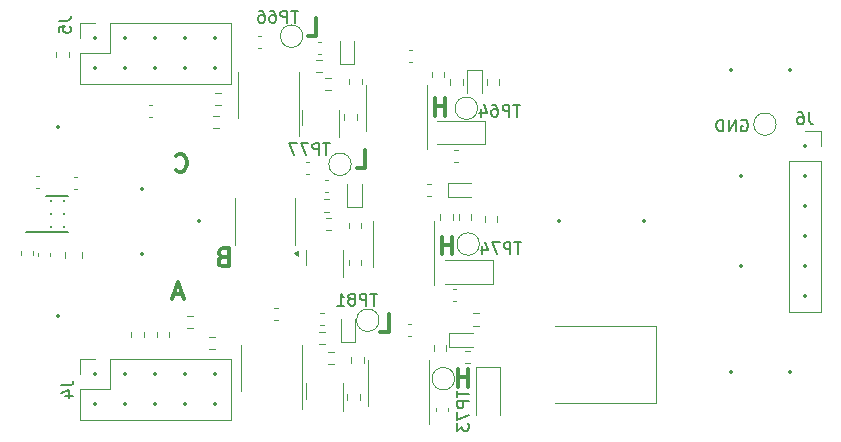
<source format=gbr>
%TF.GenerationSoftware,KiCad,Pcbnew,8.0.1*%
%TF.CreationDate,2024-08-04T15:08:53+01:00*%
%TF.ProjectId,driver_module,64726976-6572-45f6-9d6f-64756c652e6b,1*%
%TF.SameCoordinates,Original*%
%TF.FileFunction,Legend,Bot*%
%TF.FilePolarity,Positive*%
%FSLAX46Y46*%
G04 Gerber Fmt 4.6, Leading zero omitted, Abs format (unit mm)*
G04 Created by KiCad (PCBNEW 8.0.1) date 2024-08-04 15:08:53*
%MOMM*%
%LPD*%
G01*
G04 APERTURE LIST*
%ADD10C,0.300000*%
%ADD11C,0.150000*%
%ADD12C,0.120000*%
%ADD13C,0.200000*%
%ADD14C,0.350000*%
%ADD15C,0.300000*%
G04 APERTURE END LIST*
D10*
X150245489Y-91050828D02*
X150245489Y-89550828D01*
X150245489Y-90265114D02*
X149388346Y-90265114D01*
X149388346Y-91050828D02*
X149388346Y-89550828D01*
X150845489Y-102800828D02*
X150845489Y-101300828D01*
X150845489Y-102015114D02*
X149988346Y-102015114D01*
X149988346Y-102800828D02*
X149988346Y-101300828D01*
X131445489Y-103015114D02*
X131231203Y-103086542D01*
X131231203Y-103086542D02*
X131159774Y-103157971D01*
X131159774Y-103157971D02*
X131088346Y-103300828D01*
X131088346Y-103300828D02*
X131088346Y-103515114D01*
X131088346Y-103515114D02*
X131159774Y-103657971D01*
X131159774Y-103657971D02*
X131231203Y-103729400D01*
X131231203Y-103729400D02*
X131374060Y-103800828D01*
X131374060Y-103800828D02*
X131945489Y-103800828D01*
X131945489Y-103800828D02*
X131945489Y-102300828D01*
X131945489Y-102300828D02*
X131445489Y-102300828D01*
X131445489Y-102300828D02*
X131302632Y-102372257D01*
X131302632Y-102372257D02*
X131231203Y-102443685D01*
X131231203Y-102443685D02*
X131159774Y-102586542D01*
X131159774Y-102586542D02*
X131159774Y-102729400D01*
X131159774Y-102729400D02*
X131231203Y-102872257D01*
X131231203Y-102872257D02*
X131302632Y-102943685D01*
X131302632Y-102943685D02*
X131445489Y-103015114D01*
X131445489Y-103015114D02*
X131945489Y-103015114D01*
D11*
X175339411Y-91442438D02*
X175434649Y-91394819D01*
X175434649Y-91394819D02*
X175577506Y-91394819D01*
X175577506Y-91394819D02*
X175720363Y-91442438D01*
X175720363Y-91442438D02*
X175815601Y-91537676D01*
X175815601Y-91537676D02*
X175863220Y-91632914D01*
X175863220Y-91632914D02*
X175910839Y-91823390D01*
X175910839Y-91823390D02*
X175910839Y-91966247D01*
X175910839Y-91966247D02*
X175863220Y-92156723D01*
X175863220Y-92156723D02*
X175815601Y-92251961D01*
X175815601Y-92251961D02*
X175720363Y-92347200D01*
X175720363Y-92347200D02*
X175577506Y-92394819D01*
X175577506Y-92394819D02*
X175482268Y-92394819D01*
X175482268Y-92394819D02*
X175339411Y-92347200D01*
X175339411Y-92347200D02*
X175291792Y-92299580D01*
X175291792Y-92299580D02*
X175291792Y-91966247D01*
X175291792Y-91966247D02*
X175482268Y-91966247D01*
X174863220Y-92394819D02*
X174863220Y-91394819D01*
X174863220Y-91394819D02*
X174291792Y-92394819D01*
X174291792Y-92394819D02*
X174291792Y-91394819D01*
X173815601Y-92394819D02*
X173815601Y-91394819D01*
X173815601Y-91394819D02*
X173577506Y-91394819D01*
X173577506Y-91394819D02*
X173434649Y-91442438D01*
X173434649Y-91442438D02*
X173339411Y-91537676D01*
X173339411Y-91537676D02*
X173291792Y-91632914D01*
X173291792Y-91632914D02*
X173244173Y-91823390D01*
X173244173Y-91823390D02*
X173244173Y-91966247D01*
X173244173Y-91966247D02*
X173291792Y-92156723D01*
X173291792Y-92156723D02*
X173339411Y-92251961D01*
X173339411Y-92251961D02*
X173434649Y-92347200D01*
X173434649Y-92347200D02*
X173577506Y-92394819D01*
X173577506Y-92394819D02*
X173815601Y-92394819D01*
D10*
X144781203Y-109350828D02*
X145495489Y-109350828D01*
X145495489Y-109350828D02*
X145495489Y-107850828D01*
X142781203Y-95500828D02*
X143495489Y-95500828D01*
X143495489Y-95500828D02*
X143495489Y-94000828D01*
X138631203Y-84300828D02*
X139345489Y-84300828D01*
X139345489Y-84300828D02*
X139345489Y-82800828D01*
X152245489Y-114000828D02*
X152245489Y-112500828D01*
X152245489Y-113215114D02*
X151388346Y-113215114D01*
X151388346Y-114000828D02*
X151388346Y-112500828D01*
X128016917Y-106172257D02*
X127302632Y-106172257D01*
X128159774Y-106600828D02*
X127659774Y-105100828D01*
X127659774Y-105100828D02*
X127159774Y-106600828D01*
X127488346Y-95657971D02*
X127559774Y-95729400D01*
X127559774Y-95729400D02*
X127774060Y-95800828D01*
X127774060Y-95800828D02*
X127916917Y-95800828D01*
X127916917Y-95800828D02*
X128131203Y-95729400D01*
X128131203Y-95729400D02*
X128274060Y-95586542D01*
X128274060Y-95586542D02*
X128345489Y-95443685D01*
X128345489Y-95443685D02*
X128416917Y-95157971D01*
X128416917Y-95157971D02*
X128416917Y-94943685D01*
X128416917Y-94943685D02*
X128345489Y-94657971D01*
X128345489Y-94657971D02*
X128274060Y-94515114D01*
X128274060Y-94515114D02*
X128131203Y-94372257D01*
X128131203Y-94372257D02*
X127916917Y-94300828D01*
X127916917Y-94300828D02*
X127774060Y-94300828D01*
X127774060Y-94300828D02*
X127559774Y-94372257D01*
X127559774Y-94372257D02*
X127488346Y-94443685D01*
D11*
X137813094Y-82181819D02*
X137241666Y-82181819D01*
X137527380Y-83181819D02*
X137527380Y-82181819D01*
X136908332Y-83181819D02*
X136908332Y-82181819D01*
X136908332Y-82181819D02*
X136527380Y-82181819D01*
X136527380Y-82181819D02*
X136432142Y-82229438D01*
X136432142Y-82229438D02*
X136384523Y-82277057D01*
X136384523Y-82277057D02*
X136336904Y-82372295D01*
X136336904Y-82372295D02*
X136336904Y-82515152D01*
X136336904Y-82515152D02*
X136384523Y-82610390D01*
X136384523Y-82610390D02*
X136432142Y-82658009D01*
X136432142Y-82658009D02*
X136527380Y-82705628D01*
X136527380Y-82705628D02*
X136908332Y-82705628D01*
X135479761Y-82181819D02*
X135670237Y-82181819D01*
X135670237Y-82181819D02*
X135765475Y-82229438D01*
X135765475Y-82229438D02*
X135813094Y-82277057D01*
X135813094Y-82277057D02*
X135908332Y-82419914D01*
X135908332Y-82419914D02*
X135955951Y-82610390D01*
X135955951Y-82610390D02*
X135955951Y-82991342D01*
X135955951Y-82991342D02*
X135908332Y-83086580D01*
X135908332Y-83086580D02*
X135860713Y-83134200D01*
X135860713Y-83134200D02*
X135765475Y-83181819D01*
X135765475Y-83181819D02*
X135574999Y-83181819D01*
X135574999Y-83181819D02*
X135479761Y-83134200D01*
X135479761Y-83134200D02*
X135432142Y-83086580D01*
X135432142Y-83086580D02*
X135384523Y-82991342D01*
X135384523Y-82991342D02*
X135384523Y-82753247D01*
X135384523Y-82753247D02*
X135432142Y-82658009D01*
X135432142Y-82658009D02*
X135479761Y-82610390D01*
X135479761Y-82610390D02*
X135574999Y-82562771D01*
X135574999Y-82562771D02*
X135765475Y-82562771D01*
X135765475Y-82562771D02*
X135860713Y-82610390D01*
X135860713Y-82610390D02*
X135908332Y-82658009D01*
X135908332Y-82658009D02*
X135955951Y-82753247D01*
X134527380Y-82181819D02*
X134717856Y-82181819D01*
X134717856Y-82181819D02*
X134813094Y-82229438D01*
X134813094Y-82229438D02*
X134860713Y-82277057D01*
X134860713Y-82277057D02*
X134955951Y-82419914D01*
X134955951Y-82419914D02*
X135003570Y-82610390D01*
X135003570Y-82610390D02*
X135003570Y-82991342D01*
X135003570Y-82991342D02*
X134955951Y-83086580D01*
X134955951Y-83086580D02*
X134908332Y-83134200D01*
X134908332Y-83134200D02*
X134813094Y-83181819D01*
X134813094Y-83181819D02*
X134622618Y-83181819D01*
X134622618Y-83181819D02*
X134527380Y-83134200D01*
X134527380Y-83134200D02*
X134479761Y-83086580D01*
X134479761Y-83086580D02*
X134432142Y-82991342D01*
X134432142Y-82991342D02*
X134432142Y-82753247D01*
X134432142Y-82753247D02*
X134479761Y-82658009D01*
X134479761Y-82658009D02*
X134527380Y-82610390D01*
X134527380Y-82610390D02*
X134622618Y-82562771D01*
X134622618Y-82562771D02*
X134813094Y-82562771D01*
X134813094Y-82562771D02*
X134908332Y-82610390D01*
X134908332Y-82610390D02*
X134955951Y-82658009D01*
X134955951Y-82658009D02*
X135003570Y-82753247D01*
X181083333Y-90774819D02*
X181083333Y-91489104D01*
X181083333Y-91489104D02*
X181130952Y-91631961D01*
X181130952Y-91631961D02*
X181226190Y-91727200D01*
X181226190Y-91727200D02*
X181369047Y-91774819D01*
X181369047Y-91774819D02*
X181464285Y-91774819D01*
X180178571Y-90774819D02*
X180369047Y-90774819D01*
X180369047Y-90774819D02*
X180464285Y-90822438D01*
X180464285Y-90822438D02*
X180511904Y-90870057D01*
X180511904Y-90870057D02*
X180607142Y-91012914D01*
X180607142Y-91012914D02*
X180654761Y-91203390D01*
X180654761Y-91203390D02*
X180654761Y-91584342D01*
X180654761Y-91584342D02*
X180607142Y-91679580D01*
X180607142Y-91679580D02*
X180559523Y-91727200D01*
X180559523Y-91727200D02*
X180464285Y-91774819D01*
X180464285Y-91774819D02*
X180273809Y-91774819D01*
X180273809Y-91774819D02*
X180178571Y-91727200D01*
X180178571Y-91727200D02*
X180130952Y-91679580D01*
X180130952Y-91679580D02*
X180083333Y-91584342D01*
X180083333Y-91584342D02*
X180083333Y-91346247D01*
X180083333Y-91346247D02*
X180130952Y-91251009D01*
X180130952Y-91251009D02*
X180178571Y-91203390D01*
X180178571Y-91203390D02*
X180273809Y-91155771D01*
X180273809Y-91155771D02*
X180464285Y-91155771D01*
X180464285Y-91155771D02*
X180559523Y-91203390D01*
X180559523Y-91203390D02*
X180607142Y-91251009D01*
X180607142Y-91251009D02*
X180654761Y-91346247D01*
X140513094Y-93381819D02*
X139941666Y-93381819D01*
X140227380Y-94381819D02*
X140227380Y-93381819D01*
X139608332Y-94381819D02*
X139608332Y-93381819D01*
X139608332Y-93381819D02*
X139227380Y-93381819D01*
X139227380Y-93381819D02*
X139132142Y-93429438D01*
X139132142Y-93429438D02*
X139084523Y-93477057D01*
X139084523Y-93477057D02*
X139036904Y-93572295D01*
X139036904Y-93572295D02*
X139036904Y-93715152D01*
X139036904Y-93715152D02*
X139084523Y-93810390D01*
X139084523Y-93810390D02*
X139132142Y-93858009D01*
X139132142Y-93858009D02*
X139227380Y-93905628D01*
X139227380Y-93905628D02*
X139608332Y-93905628D01*
X138703570Y-93381819D02*
X138036904Y-93381819D01*
X138036904Y-93381819D02*
X138465475Y-94381819D01*
X137751189Y-93381819D02*
X137084523Y-93381819D01*
X137084523Y-93381819D02*
X137513094Y-94381819D01*
X117774819Y-113896666D02*
X118489104Y-113896666D01*
X118489104Y-113896666D02*
X118631961Y-113849047D01*
X118631961Y-113849047D02*
X118727200Y-113753809D01*
X118727200Y-113753809D02*
X118774819Y-113610952D01*
X118774819Y-113610952D02*
X118774819Y-113515714D01*
X118108152Y-114801428D02*
X118774819Y-114801428D01*
X117727200Y-114563333D02*
X118441485Y-114325238D01*
X118441485Y-114325238D02*
X118441485Y-114944285D01*
X156713094Y-101781819D02*
X156141666Y-101781819D01*
X156427380Y-102781819D02*
X156427380Y-101781819D01*
X155808332Y-102781819D02*
X155808332Y-101781819D01*
X155808332Y-101781819D02*
X155427380Y-101781819D01*
X155427380Y-101781819D02*
X155332142Y-101829438D01*
X155332142Y-101829438D02*
X155284523Y-101877057D01*
X155284523Y-101877057D02*
X155236904Y-101972295D01*
X155236904Y-101972295D02*
X155236904Y-102115152D01*
X155236904Y-102115152D02*
X155284523Y-102210390D01*
X155284523Y-102210390D02*
X155332142Y-102258009D01*
X155332142Y-102258009D02*
X155427380Y-102305628D01*
X155427380Y-102305628D02*
X155808332Y-102305628D01*
X154903570Y-101781819D02*
X154236904Y-101781819D01*
X154236904Y-101781819D02*
X154665475Y-102781819D01*
X153427380Y-102115152D02*
X153427380Y-102781819D01*
X153665475Y-101734200D02*
X153903570Y-102448485D01*
X153903570Y-102448485D02*
X153284523Y-102448485D01*
X151281819Y-114336905D02*
X151281819Y-114908333D01*
X152281819Y-114622619D02*
X151281819Y-114622619D01*
X152281819Y-115241667D02*
X151281819Y-115241667D01*
X151281819Y-115241667D02*
X151281819Y-115622619D01*
X151281819Y-115622619D02*
X151329438Y-115717857D01*
X151329438Y-115717857D02*
X151377057Y-115765476D01*
X151377057Y-115765476D02*
X151472295Y-115813095D01*
X151472295Y-115813095D02*
X151615152Y-115813095D01*
X151615152Y-115813095D02*
X151710390Y-115765476D01*
X151710390Y-115765476D02*
X151758009Y-115717857D01*
X151758009Y-115717857D02*
X151805628Y-115622619D01*
X151805628Y-115622619D02*
X151805628Y-115241667D01*
X151281819Y-116146429D02*
X151281819Y-116813095D01*
X151281819Y-116813095D02*
X152281819Y-116384524D01*
X151281819Y-117098810D02*
X151281819Y-117717857D01*
X151281819Y-117717857D02*
X151662771Y-117384524D01*
X151662771Y-117384524D02*
X151662771Y-117527381D01*
X151662771Y-117527381D02*
X151710390Y-117622619D01*
X151710390Y-117622619D02*
X151758009Y-117670238D01*
X151758009Y-117670238D02*
X151853247Y-117717857D01*
X151853247Y-117717857D02*
X152091342Y-117717857D01*
X152091342Y-117717857D02*
X152186580Y-117670238D01*
X152186580Y-117670238D02*
X152234200Y-117622619D01*
X152234200Y-117622619D02*
X152281819Y-117527381D01*
X152281819Y-117527381D02*
X152281819Y-117241667D01*
X152281819Y-117241667D02*
X152234200Y-117146429D01*
X152234200Y-117146429D02*
X152186580Y-117098810D01*
X144513094Y-106131819D02*
X143941666Y-106131819D01*
X144227380Y-107131819D02*
X144227380Y-106131819D01*
X143608332Y-107131819D02*
X143608332Y-106131819D01*
X143608332Y-106131819D02*
X143227380Y-106131819D01*
X143227380Y-106131819D02*
X143132142Y-106179438D01*
X143132142Y-106179438D02*
X143084523Y-106227057D01*
X143084523Y-106227057D02*
X143036904Y-106322295D01*
X143036904Y-106322295D02*
X143036904Y-106465152D01*
X143036904Y-106465152D02*
X143084523Y-106560390D01*
X143084523Y-106560390D02*
X143132142Y-106608009D01*
X143132142Y-106608009D02*
X143227380Y-106655628D01*
X143227380Y-106655628D02*
X143608332Y-106655628D01*
X142465475Y-106560390D02*
X142560713Y-106512771D01*
X142560713Y-106512771D02*
X142608332Y-106465152D01*
X142608332Y-106465152D02*
X142655951Y-106369914D01*
X142655951Y-106369914D02*
X142655951Y-106322295D01*
X142655951Y-106322295D02*
X142608332Y-106227057D01*
X142608332Y-106227057D02*
X142560713Y-106179438D01*
X142560713Y-106179438D02*
X142465475Y-106131819D01*
X142465475Y-106131819D02*
X142274999Y-106131819D01*
X142274999Y-106131819D02*
X142179761Y-106179438D01*
X142179761Y-106179438D02*
X142132142Y-106227057D01*
X142132142Y-106227057D02*
X142084523Y-106322295D01*
X142084523Y-106322295D02*
X142084523Y-106369914D01*
X142084523Y-106369914D02*
X142132142Y-106465152D01*
X142132142Y-106465152D02*
X142179761Y-106512771D01*
X142179761Y-106512771D02*
X142274999Y-106560390D01*
X142274999Y-106560390D02*
X142465475Y-106560390D01*
X142465475Y-106560390D02*
X142560713Y-106608009D01*
X142560713Y-106608009D02*
X142608332Y-106655628D01*
X142608332Y-106655628D02*
X142655951Y-106750866D01*
X142655951Y-106750866D02*
X142655951Y-106941342D01*
X142655951Y-106941342D02*
X142608332Y-107036580D01*
X142608332Y-107036580D02*
X142560713Y-107084200D01*
X142560713Y-107084200D02*
X142465475Y-107131819D01*
X142465475Y-107131819D02*
X142274999Y-107131819D01*
X142274999Y-107131819D02*
X142179761Y-107084200D01*
X142179761Y-107084200D02*
X142132142Y-107036580D01*
X142132142Y-107036580D02*
X142084523Y-106941342D01*
X142084523Y-106941342D02*
X142084523Y-106750866D01*
X142084523Y-106750866D02*
X142132142Y-106655628D01*
X142132142Y-106655628D02*
X142179761Y-106608009D01*
X142179761Y-106608009D02*
X142274999Y-106560390D01*
X141132142Y-107131819D02*
X141703570Y-107131819D01*
X141417856Y-107131819D02*
X141417856Y-106131819D01*
X141417856Y-106131819D02*
X141513094Y-106274676D01*
X141513094Y-106274676D02*
X141608332Y-106369914D01*
X141608332Y-106369914D02*
X141703570Y-106417533D01*
X156613094Y-90131819D02*
X156041666Y-90131819D01*
X156327380Y-91131819D02*
X156327380Y-90131819D01*
X155708332Y-91131819D02*
X155708332Y-90131819D01*
X155708332Y-90131819D02*
X155327380Y-90131819D01*
X155327380Y-90131819D02*
X155232142Y-90179438D01*
X155232142Y-90179438D02*
X155184523Y-90227057D01*
X155184523Y-90227057D02*
X155136904Y-90322295D01*
X155136904Y-90322295D02*
X155136904Y-90465152D01*
X155136904Y-90465152D02*
X155184523Y-90560390D01*
X155184523Y-90560390D02*
X155232142Y-90608009D01*
X155232142Y-90608009D02*
X155327380Y-90655628D01*
X155327380Y-90655628D02*
X155708332Y-90655628D01*
X154279761Y-90131819D02*
X154470237Y-90131819D01*
X154470237Y-90131819D02*
X154565475Y-90179438D01*
X154565475Y-90179438D02*
X154613094Y-90227057D01*
X154613094Y-90227057D02*
X154708332Y-90369914D01*
X154708332Y-90369914D02*
X154755951Y-90560390D01*
X154755951Y-90560390D02*
X154755951Y-90941342D01*
X154755951Y-90941342D02*
X154708332Y-91036580D01*
X154708332Y-91036580D02*
X154660713Y-91084200D01*
X154660713Y-91084200D02*
X154565475Y-91131819D01*
X154565475Y-91131819D02*
X154374999Y-91131819D01*
X154374999Y-91131819D02*
X154279761Y-91084200D01*
X154279761Y-91084200D02*
X154232142Y-91036580D01*
X154232142Y-91036580D02*
X154184523Y-90941342D01*
X154184523Y-90941342D02*
X154184523Y-90703247D01*
X154184523Y-90703247D02*
X154232142Y-90608009D01*
X154232142Y-90608009D02*
X154279761Y-90560390D01*
X154279761Y-90560390D02*
X154374999Y-90512771D01*
X154374999Y-90512771D02*
X154565475Y-90512771D01*
X154565475Y-90512771D02*
X154660713Y-90560390D01*
X154660713Y-90560390D02*
X154708332Y-90608009D01*
X154708332Y-90608009D02*
X154755951Y-90703247D01*
X153327380Y-90465152D02*
X153327380Y-91131819D01*
X153565475Y-90084200D02*
X153803570Y-90798485D01*
X153803570Y-90798485D02*
X153184523Y-90798485D01*
X117574819Y-83036666D02*
X118289104Y-83036666D01*
X118289104Y-83036666D02*
X118431961Y-82989047D01*
X118431961Y-82989047D02*
X118527200Y-82893809D01*
X118527200Y-82893809D02*
X118574819Y-82750952D01*
X118574819Y-82750952D02*
X118574819Y-82655714D01*
X117574819Y-83989047D02*
X117574819Y-83512857D01*
X117574819Y-83512857D02*
X118051009Y-83465238D01*
X118051009Y-83465238D02*
X118003390Y-83512857D01*
X118003390Y-83512857D02*
X117955771Y-83608095D01*
X117955771Y-83608095D02*
X117955771Y-83846190D01*
X117955771Y-83846190D02*
X118003390Y-83941428D01*
X118003390Y-83941428D02*
X118051009Y-83989047D01*
X118051009Y-83989047D02*
X118146247Y-84036666D01*
X118146247Y-84036666D02*
X118384342Y-84036666D01*
X118384342Y-84036666D02*
X118479580Y-83989047D01*
X118479580Y-83989047D02*
X118527200Y-83941428D01*
X118527200Y-83941428D02*
X118574819Y-83846190D01*
X118574819Y-83846190D02*
X118574819Y-83608095D01*
X118574819Y-83608095D02*
X118527200Y-83512857D01*
X118527200Y-83512857D02*
X118479580Y-83465238D01*
D12*
%TO.C,R30*%
X142342129Y-111958526D02*
X142342129Y-111484010D01*
X143387129Y-111958526D02*
X143387129Y-111484010D01*
%TO.C,D14*%
X141459950Y-108251589D02*
X141459950Y-110211589D01*
X142659950Y-108251589D02*
X142659950Y-110211589D01*
X142659950Y-110211589D02*
X141459950Y-110211589D01*
%TO.C,R33*%
X151918690Y-110992551D02*
X152393206Y-110992551D01*
X151918690Y-112037551D02*
X152393206Y-112037551D01*
%TO.C,Q2*%
X138180049Y-91188409D02*
X138180049Y-90538409D01*
X138180049Y-91188409D02*
X138180049Y-91838409D01*
X141300049Y-91188409D02*
X141300049Y-90538409D01*
X141300049Y-91188409D02*
X141300049Y-92863409D01*
%TO.C,C15*%
X149518411Y-116095530D02*
X149518411Y-115814370D01*
X150538411Y-116095530D02*
X150538411Y-115814370D01*
%TO.C,C66*%
X135819471Y-107308732D02*
X136100631Y-107308732D01*
X135819471Y-108328732D02*
X136100631Y-108328732D01*
%TO.C,TP94*%
X178300000Y-91775000D02*
G75*
G02*
X176400000Y-91775000I-950000J0D01*
G01*
X176400000Y-91775000D02*
G75*
G02*
X178300000Y-91775000I950000J0D01*
G01*
%TO.C,C11*%
X150909469Y-105694310D02*
X151190629Y-105694310D01*
X150909469Y-106714310D02*
X151190629Y-106714310D01*
%TO.C,TP66*%
X138225000Y-84325000D02*
G75*
G02*
X136325000Y-84325000I-950000J0D01*
G01*
X136325000Y-84325000D02*
G75*
G02*
X138225000Y-84325000I950000J0D01*
G01*
%TO.C,J6*%
X179420000Y-94920000D02*
X179420000Y-107680000D01*
X182080000Y-92320000D02*
X180750000Y-92320000D01*
X182080000Y-93650000D02*
X182080000Y-92320000D01*
X182080000Y-94920000D02*
X179420000Y-94920000D01*
X182080000Y-94920000D02*
X182080000Y-107680000D01*
X182080000Y-107680000D02*
X179420000Y-107680000D01*
%TO.C,TP77*%
X142325000Y-95175000D02*
G75*
G02*
X140425000Y-95175000I-950000J0D01*
G01*
X140425000Y-95175000D02*
G75*
G02*
X142325000Y-95175000I950000J0D01*
G01*
%TO.C,R28*%
X150702450Y-87988687D02*
X150702450Y-88463203D01*
X151747450Y-87988687D02*
X151747450Y-88463203D01*
%TO.C,R2*%
X142116232Y-103242690D02*
X142116232Y-103717206D01*
X143161232Y-103242690D02*
X143161232Y-103717206D01*
%TO.C,C65*%
X147209047Y-85461268D02*
X147490207Y-85461268D01*
X147209047Y-86481268D02*
X147490207Y-86481268D01*
%TO.C,J4*%
X119320000Y-111630000D02*
X119320000Y-112960000D01*
X119320000Y-114230000D02*
X119320000Y-116830000D01*
X119320000Y-116830000D02*
X132140000Y-116830000D01*
X120650000Y-111630000D02*
X119320000Y-111630000D01*
X121920000Y-111630000D02*
X121920000Y-114230000D01*
X121920000Y-111630000D02*
X132140000Y-111630000D01*
X121920000Y-114230000D02*
X119320000Y-114230000D01*
X132140000Y-111630000D02*
X132140000Y-116830000D01*
%TO.C,R10*%
X115594421Y-96195000D02*
X115875581Y-96195000D01*
X115594421Y-97215000D02*
X115875581Y-97215000D01*
%TO.C,C17*%
X139714370Y-107776590D02*
X139995530Y-107776590D01*
X139714370Y-108796590D02*
X139995530Y-108796590D01*
%TO.C,C7*%
X118854420Y-96235001D02*
X119135580Y-96235001D01*
X118854420Y-97255001D02*
X119135580Y-97255001D01*
%TO.C,U1*%
X132485000Y-100015000D02*
X132485000Y-98065000D01*
X132485000Y-100015000D02*
X132485000Y-101965000D01*
X137605000Y-100015000D02*
X137605000Y-98065000D01*
X137605000Y-100015000D02*
X137605000Y-101965000D01*
X137840000Y-102955000D02*
X137510000Y-102715000D01*
X137840000Y-102475000D01*
X137840000Y-102955000D01*
G36*
X137840000Y-102955000D02*
G01*
X137510000Y-102715000D01*
X137840000Y-102475000D01*
X137840000Y-102955000D01*
G37*
%TO.C,TP74*%
X153175000Y-101925000D02*
G75*
G02*
X151275000Y-101925000I-950000J0D01*
G01*
X151275000Y-101925000D02*
G75*
G02*
X153175000Y-101925000I950000J0D01*
G01*
%TO.C,TP73*%
X151075000Y-113325000D02*
G75*
G02*
X149175000Y-113325000I-950000J0D01*
G01*
X149175000Y-113325000D02*
G75*
G02*
X151075000Y-113325000I950000J0D01*
G01*
%TO.C,C4*%
X125204419Y-90134996D02*
X125485579Y-90134996D01*
X125204419Y-91154996D02*
X125485579Y-91154996D01*
%TO.C,R124*%
X131279543Y-89110910D02*
X130805027Y-89110910D01*
X131279543Y-90155910D02*
X130805027Y-90155910D01*
%TO.C,R31*%
X149322771Y-110948528D02*
X149322771Y-110474012D01*
X150367771Y-110948528D02*
X150367771Y-110474012D01*
%TO.C,C9*%
X139524368Y-84831590D02*
X139805528Y-84831590D01*
X139524368Y-85851590D02*
X139805528Y-85851590D01*
%TO.C,D10*%
X153624356Y-91491269D02*
X149614356Y-91491269D01*
X153624356Y-91491269D02*
X153624356Y-93491269D01*
X153624356Y-93491269D02*
X149614356Y-93491269D01*
%TO.C,U8*%
X143765849Y-113696590D02*
X143765849Y-111746590D01*
X143765849Y-113696590D02*
X143765849Y-115646590D01*
X148885849Y-113696590D02*
X148885849Y-111746590D01*
X148885849Y-113696590D02*
X148885849Y-117146590D01*
%TO.C,R1*%
X153790909Y-88467208D02*
X153790909Y-87992692D01*
X154835909Y-88467208D02*
X154835909Y-87992692D01*
%TO.C,C70*%
X147109370Y-108656591D02*
X147390530Y-108656591D01*
X147109370Y-109676591D02*
X147390530Y-109676591D01*
%TO.C,R25*%
X140628848Y-99698549D02*
X140154332Y-99698549D01*
X140628848Y-100743549D02*
X140154332Y-100743549D01*
%TO.C,U2*%
X143604949Y-90417490D02*
X143604949Y-88467490D01*
X143604949Y-90417490D02*
X143604949Y-92367490D01*
X148724949Y-90417490D02*
X148724949Y-88467490D01*
X148724949Y-90417490D02*
X148724949Y-93867490D01*
%TO.C,D1*%
X168130000Y-108875000D02*
X159620000Y-108875000D01*
X168130000Y-115375000D02*
X159620000Y-115375000D01*
X168130000Y-115375000D02*
X168130000Y-108875000D01*
%TO.C,R9*%
X141728768Y-90932792D02*
X141728768Y-91407308D01*
X142773768Y-90932792D02*
X142773768Y-91407308D01*
%TO.C,R29*%
X139371474Y-86347127D02*
X139845990Y-86347127D01*
X139371474Y-87392127D02*
X139845990Y-87392127D01*
%TO.C,U5*%
X144174950Y-101930690D02*
X144174950Y-99980690D01*
X144174950Y-101930690D02*
X144174950Y-103880690D01*
X149294950Y-101930690D02*
X149294950Y-99980690D01*
X149294950Y-101930690D02*
X149294950Y-105380690D01*
%TO.C,D15*%
X150534627Y-97941268D02*
X150534627Y-96741268D01*
X152494627Y-96741268D02*
X150534627Y-96741268D01*
X152494627Y-97941268D02*
X150534627Y-97941268D01*
%TO.C,U44*%
X132752499Y-89325322D02*
X132752499Y-87375322D01*
X132752499Y-89325322D02*
X132752499Y-91275322D01*
X137872499Y-89325322D02*
X137872499Y-87375322D01*
X137872499Y-89325322D02*
X137872499Y-92775322D01*
%TO.C,R32*%
X140838848Y-111057550D02*
X140364332Y-111057550D01*
X140838848Y-112102550D02*
X140364332Y-112102550D01*
%TO.C,R6*%
X114345000Y-102835580D02*
X114345000Y-102554420D01*
X115365000Y-102835580D02*
X115365000Y-102554420D01*
%TO.C,R18*%
X142122127Y-100588526D02*
X142122127Y-100114010D01*
X143167127Y-100588526D02*
X143167127Y-100114010D01*
%TO.C,R119*%
X125872872Y-109331474D02*
X125872872Y-109805990D01*
X126917872Y-109331474D02*
X126917872Y-109805990D01*
%TO.C,R3*%
X153121311Y-107792450D02*
X152646795Y-107792450D01*
X153121311Y-108837450D02*
X152646795Y-108837450D01*
%TO.C,D16*%
X141999949Y-96831590D02*
X141999949Y-98791590D01*
X143199949Y-96831590D02*
X143199949Y-98791590D01*
X143199949Y-98791590D02*
X141999949Y-98791590D01*
%TO.C,D7*%
X152904627Y-112366268D02*
X152904627Y-116376268D01*
X152904627Y-112366268D02*
X154904627Y-112366268D01*
X154904627Y-112366268D02*
X154904627Y-116376268D01*
%TO.C,TP81*%
X144675000Y-108375000D02*
G75*
G02*
X142775000Y-108375000I-950000J0D01*
G01*
X142775000Y-108375000D02*
G75*
G02*
X144675000Y-108375000I950000J0D01*
G01*
%TO.C,R26*%
X153640910Y-100032208D02*
X153640910Y-99557692D01*
X154685910Y-100032208D02*
X154685910Y-99557692D01*
%TO.C,D2*%
X154309628Y-103266268D02*
X150299628Y-103266268D01*
X154309628Y-103266268D02*
X154309628Y-105266268D01*
X154309628Y-105266268D02*
X150299628Y-105266268D01*
%TO.C,C8*%
X115835000Y-102945580D02*
X115835000Y-102664420D01*
X116855000Y-102945580D02*
X116855000Y-102664420D01*
%TO.C,C25*%
X140099369Y-96471590D02*
X140380529Y-96471590D01*
X140099369Y-97491590D02*
X140380529Y-97491590D01*
%TO.C,R23*%
X139986474Y-98127128D02*
X140460990Y-98127128D01*
X139986474Y-99172128D02*
X140460990Y-99172128D01*
%TO.C,C2*%
X151054471Y-93928412D02*
X151335631Y-93928412D01*
X151054471Y-94948412D02*
X151335631Y-94948412D01*
%TO.C,R121*%
X128432792Y-108020910D02*
X128907308Y-108020910D01*
X128432792Y-109065910D02*
X128907308Y-109065910D01*
%TO.C,Q3*%
X138474951Y-114361590D02*
X138474951Y-113711590D01*
X138474951Y-114361590D02*
X138474951Y-115011590D01*
X141594951Y-114361590D02*
X141594951Y-113711590D01*
X141594951Y-114361590D02*
X141594951Y-116036590D01*
%TO.C,U21*%
X132999950Y-112406590D02*
X132999950Y-110456590D01*
X132999950Y-112406590D02*
X132999950Y-114356590D01*
X138119950Y-112406590D02*
X138119950Y-110456590D01*
X138119950Y-112406590D02*
X138119950Y-115856590D01*
%TO.C,R112*%
X141982501Y-114642692D02*
X141982501Y-115117208D01*
X143027501Y-114642692D02*
X143027501Y-115117208D01*
%TO.C,C1*%
X138464420Y-94955000D02*
X138745580Y-94955000D01*
X138464420Y-95975000D02*
X138745580Y-95975000D01*
%TO.C,R27*%
X140618848Y-87872550D02*
X140144332Y-87872550D01*
X140618848Y-88917550D02*
X140144332Y-88917550D01*
%TO.C,R22*%
X149862773Y-99868526D02*
X149862773Y-99394010D01*
X150907773Y-99868526D02*
X150907773Y-99394010D01*
%TO.C,R8*%
X149137772Y-87813526D02*
X149137772Y-87339010D01*
X150182772Y-87813526D02*
X150182772Y-87339010D01*
%TO.C,R122*%
X130787308Y-109800911D02*
X130312792Y-109800911D01*
X130787308Y-110845911D02*
X130312792Y-110845911D01*
%TO.C,Q1*%
X138480050Y-103048411D02*
X138480050Y-102398411D01*
X138480050Y-103048411D02*
X138480050Y-103698411D01*
X141600050Y-103048411D02*
X141600050Y-102398411D01*
X141600050Y-103048411D02*
X141600050Y-104723411D01*
%TO.C,TP64*%
X153025000Y-90425000D02*
G75*
G02*
X151125000Y-90425000I-950000J0D01*
G01*
X151125000Y-90425000D02*
G75*
G02*
X153025000Y-90425000I950000J0D01*
G01*
%TO.C,R36*%
X139616474Y-109362772D02*
X140090990Y-109362772D01*
X139616474Y-110407772D02*
X140090990Y-110407772D01*
%TO.C,R24*%
X151418449Y-99383688D02*
X151418449Y-99858204D01*
X152463449Y-99383688D02*
X152463449Y-99858204D01*
%TO.C,J5*%
X119320000Y-83170000D02*
X119320000Y-84500000D01*
X119320000Y-85770000D02*
X119320000Y-88370000D01*
X119320000Y-88370000D02*
X132140000Y-88370000D01*
X120650000Y-83170000D02*
X119320000Y-83170000D01*
X121920000Y-83170000D02*
X121920000Y-85770000D01*
X121920000Y-83170000D02*
X132140000Y-83170000D01*
X121920000Y-85770000D02*
X119320000Y-85770000D01*
X132140000Y-83170000D02*
X132140000Y-88370000D01*
%TO.C,C13*%
X148774949Y-96846268D02*
X149056109Y-96846268D01*
X148774949Y-97866268D02*
X149056109Y-97866268D01*
%TO.C,R120*%
X123717451Y-109339332D02*
X123717451Y-109813848D01*
X124762451Y-109339332D02*
X124762451Y-109813848D01*
%TO.C,C74*%
X134703990Y-84329950D02*
X134422830Y-84329950D01*
X134703990Y-85349950D02*
X134422830Y-85349950D01*
%TO.C,C5*%
X118090000Y-102613748D02*
X118090000Y-103136252D01*
X119560000Y-102613748D02*
X119560000Y-103136252D01*
%TO.C,D6*%
X152168410Y-87199950D02*
X153368410Y-87199950D01*
X152168410Y-89159950D02*
X152168410Y-87199950D01*
X153368410Y-89159950D02*
X153368410Y-87199950D01*
D13*
%TO.C,U3*%
X118375002Y-97825004D02*
X116475003Y-97825004D01*
X118375002Y-100925003D02*
X114775001Y-100925000D01*
D12*
%TO.C,D17*%
X150639628Y-110641268D02*
X150639628Y-109441268D01*
X152599628Y-109441268D02*
X150639628Y-109441268D01*
X152599628Y-110641268D02*
X150639628Y-110641268D01*
%TO.C,D5*%
X141334950Y-84706590D02*
X141334950Y-86666590D01*
X142534950Y-84706590D02*
X142534950Y-86666590D01*
X142534950Y-86666590D02*
X141334950Y-86666590D01*
%TO.C,R7*%
X142167128Y-88413527D02*
X142167128Y-87939011D01*
X143212128Y-88413527D02*
X143212128Y-87939011D01*
%TO.C,R45*%
X117367500Y-86127258D02*
X117367500Y-85652742D01*
X118412500Y-86127258D02*
X118412500Y-85652742D01*
%TO.C,R123*%
X131107208Y-91094090D02*
X130632692Y-91094090D01*
X131107208Y-92139090D02*
X130632692Y-92139090D01*
%TD*%
D14*
X175300000Y-103800000D03*
X174500000Y-87200000D03*
X179500000Y-87200000D03*
X117500000Y-108000000D03*
X175300000Y-96200000D03*
X159900000Y-100000000D03*
X167100000Y-100000000D03*
X117500000Y-92000000D03*
X124650000Y-97250000D03*
X124650000Y-102750000D03*
X129410000Y-100000000D03*
X174500000Y-112800000D03*
X179500000Y-112800000D03*
X180750000Y-93650000D03*
X180750000Y-96190000D03*
X180750000Y-98730000D03*
X180750000Y-101270000D03*
X180750000Y-103810000D03*
X180750000Y-106350000D03*
X120650000Y-112960000D03*
X120650000Y-115500000D03*
X123190000Y-112960000D03*
X123190000Y-115500000D03*
X125730000Y-112960000D03*
X125730000Y-115500000D03*
X128270000Y-112960000D03*
X128270000Y-115500000D03*
X130810000Y-112960000D03*
X130810000Y-115500000D03*
X120650000Y-84500000D03*
X120650000Y-87040000D03*
X123190000Y-84500000D03*
X123190000Y-87040000D03*
X125730000Y-84500000D03*
X125730000Y-87040000D03*
X128270000Y-84500000D03*
X128270000Y-87040000D03*
X130810000Y-84500000D03*
X130810000Y-87040000D03*
D15*
X116875002Y-98275001D03*
X116875002Y-99375001D03*
X116875002Y-100475001D03*
X117975000Y-98275001D03*
X117975000Y-99375001D03*
X117975000Y-100475001D03*
M02*

</source>
